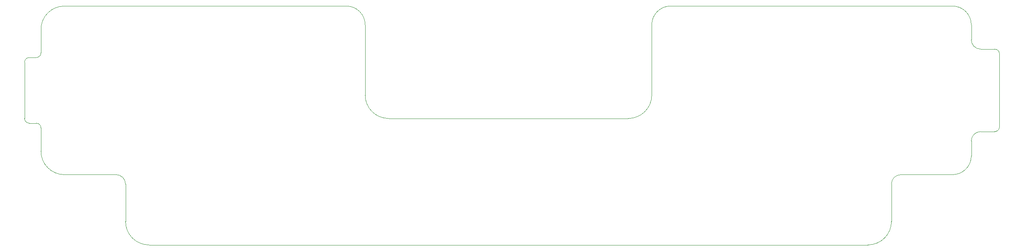
<source format=gm1>
G04 #@! TF.GenerationSoftware,KiCad,Pcbnew,(5.1.6-0-10_14)*
G04 #@! TF.CreationDate,2020-11-25T02:11:22-05:00*
G04 #@! TF.ProjectId,power board,706f7765-7220-4626-9f61-72642e6b6963,0.1.0*
G04 #@! TF.SameCoordinates,Original*
G04 #@! TF.FileFunction,Profile,NP*
%FSLAX46Y46*%
G04 Gerber Fmt 4.6, Leading zero omitted, Abs format (unit mm)*
G04 Created by KiCad (PCBNEW (5.1.6-0-10_14)) date 2020-11-25 02:11:22*
%MOMM*%
%LPD*%
G01*
G04 APERTURE LIST*
G04 #@! TA.AperFunction,Profile*
%ADD10C,0.050000*%
G04 #@! TD*
G04 APERTURE END LIST*
D10*
X154000000Y-111000000D02*
X103000000Y-111000000D01*
X159000000Y-106000000D02*
G75*
G02*
X154000000Y-111000000I-5000000J0D01*
G01*
X103000000Y-111000000D02*
G75*
G02*
X98000000Y-106000000I0J5000000D01*
G01*
X159000000Y-91000000D02*
X159000000Y-106000000D01*
X159000000Y-91000000D02*
G75*
G02*
X163000000Y-87000000I4000000J0D01*
G01*
X98000000Y-91000000D02*
X98000000Y-106000000D01*
X94000000Y-87000000D02*
G75*
G02*
X98000000Y-91000000I0J-4000000D01*
G01*
X29000000Y-97000000D02*
G75*
G02*
X28000000Y-98000000I-1000000J0D01*
G01*
X25500000Y-99000000D02*
G75*
G02*
X26500000Y-98000000I1000000J0D01*
G01*
X28000000Y-112000000D02*
X26500000Y-112000000D01*
X26500000Y-112000000D02*
G75*
G02*
X25500000Y-111000000I0J1000000D01*
G01*
X28000000Y-112000000D02*
G75*
G02*
X29000000Y-113000000I0J-1000000D01*
G01*
X34000000Y-123000000D02*
G75*
G02*
X29000000Y-118000000I0J5000000D01*
G01*
X29000000Y-92000000D02*
G75*
G02*
X34000000Y-87000000I5000000J0D01*
G01*
X44999999Y-123000001D02*
G75*
G02*
X47000000Y-125000000I1J-2000000D01*
G01*
X52000000Y-138000000D02*
G75*
G02*
X47000000Y-133000000I0J5000000D01*
G01*
X210000000Y-133000000D02*
G75*
G02*
X205000000Y-138000000I-5000000J0D01*
G01*
X210000001Y-125000001D02*
G75*
G02*
X212000000Y-123000000I2000000J1D01*
G01*
X227000000Y-119000000D02*
G75*
G02*
X223000000Y-123000000I-4000000J0D01*
G01*
X226999999Y-115800000D02*
G75*
G02*
X229000000Y-113799999I2000001J0D01*
G01*
X233000000Y-112800000D02*
G75*
G02*
X232000000Y-113800000I-1000000J0D01*
G01*
X232000000Y-96200000D02*
G75*
G02*
X233000000Y-97200000I0J-1000000D01*
G01*
X229000000Y-96200000D02*
G75*
G02*
X227000000Y-94200000I0J2000000D01*
G01*
X223000000Y-87000000D02*
G75*
G02*
X227000000Y-91000000I0J-4000000D01*
G01*
X205000000Y-138000000D02*
X52000000Y-138000000D01*
X210000001Y-125000001D02*
X210000000Y-133000000D01*
X223000000Y-123000000D02*
X212000000Y-123000000D01*
X226999999Y-115800000D02*
X227000000Y-119000000D01*
X232000000Y-113800000D02*
X229000000Y-113800000D01*
X233000000Y-97200000D02*
X233000000Y-112800000D01*
X229000000Y-96200000D02*
X232000000Y-96200000D01*
X227000000Y-91000000D02*
X227000000Y-94200000D01*
X163000000Y-87000000D02*
X223000000Y-87000000D01*
X29000000Y-97000000D02*
X29000000Y-92000000D01*
X26500000Y-98000000D02*
X28000000Y-98000000D01*
X25500000Y-111000000D02*
X25500000Y-99000000D01*
X29000000Y-118000000D02*
X29000000Y-113000000D01*
X44999999Y-123000001D02*
X34000000Y-123000000D01*
X47000000Y-133000000D02*
X47000000Y-125000000D01*
X34000000Y-87000000D02*
X94000000Y-87000000D01*
M02*

</source>
